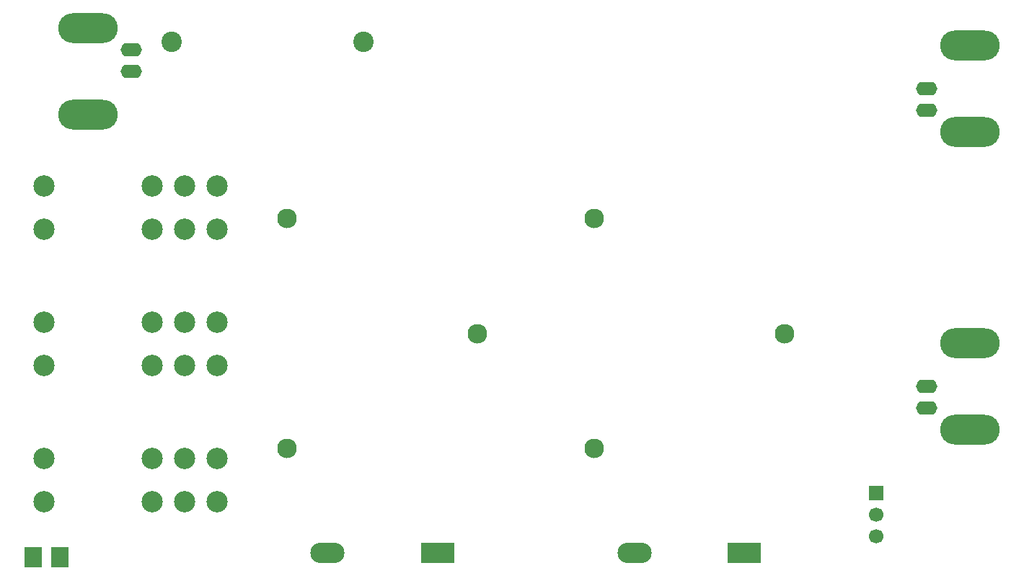
<source format=gbs>
%TF.GenerationSoftware,KiCad,Pcbnew,9.0.3*%
%TF.CreationDate,2025-08-29T14:27:29-04:00*%
%TF.ProjectId,Simple_LFLNA_RevA,53696d70-6c65-45f4-9c46-4c4e415f5265,rev?*%
%TF.SameCoordinates,Original*%
%TF.FileFunction,Soldermask,Bot*%
%TF.FilePolarity,Negative*%
%FSLAX46Y46*%
G04 Gerber Fmt 4.6, Leading zero omitted, Abs format (unit mm)*
G04 Created by KiCad (PCBNEW 9.0.3) date 2025-08-29 14:27:29*
%MOMM*%
%LPD*%
G01*
G04 APERTURE LIST*
%ADD10O,7.000000X3.500000*%
%ADD11O,2.500000X1.600000*%
%ADD12C,2.500000*%
%ADD13C,2.300000*%
%ADD14R,4.020000X2.410000*%
%ADD15O,4.020000X2.410000*%
%ADD16R,1.700000X1.700000*%
%ADD17C,1.700000*%
%ADD18R,2.010000X2.390000*%
%ADD19C,2.400000*%
G04 APERTURE END LIST*
D10*
%TO.C,J2*%
X39306206Y-93759869D03*
D11*
X44386206Y-86139869D03*
D10*
X39306206Y-83599869D03*
D11*
X44386206Y-88679869D03*
%TD*%
D12*
%TO.C,SW3*%
X46836206Y-123219869D03*
X50646206Y-123219869D03*
X54456206Y-123219869D03*
X46836206Y-118139869D03*
X50646206Y-118139869D03*
X54456206Y-118139869D03*
X34136206Y-123219869D03*
X34136206Y-118139869D03*
%TD*%
%TO.C,SW2*%
X46836206Y-139219869D03*
X50646206Y-139219869D03*
X54456206Y-139219869D03*
X46836206Y-134139869D03*
X50646206Y-134139869D03*
X54456206Y-134139869D03*
X34136206Y-139219869D03*
X34136206Y-134139869D03*
%TD*%
%TO.C,SW1*%
X46836206Y-107219869D03*
X50646206Y-107219869D03*
X54456206Y-107219869D03*
X46836206Y-102139869D03*
X50646206Y-102139869D03*
X54456206Y-102139869D03*
X34136206Y-107219869D03*
X34136206Y-102139869D03*
%TD*%
D11*
%TO.C,J5*%
X137756206Y-90679869D03*
D10*
X142836206Y-95759869D03*
D11*
X137756206Y-93219869D03*
D10*
X142836206Y-85599869D03*
%TD*%
D11*
%TO.C,J1*%
X137756206Y-125599869D03*
D10*
X142836206Y-130679869D03*
D11*
X137756206Y-128139869D03*
D10*
X142836206Y-120519869D03*
%TD*%
D13*
%TO.C,BT2*%
X98701206Y-132909869D03*
X121051206Y-119419869D03*
X98701206Y-105939869D03*
D14*
X116321206Y-145199869D03*
D15*
X103441206Y-145199869D03*
%TD*%
D13*
%TO.C,BT1*%
X62701206Y-132909869D03*
X85051206Y-119419869D03*
X62701206Y-105939869D03*
D14*
X80321206Y-145199869D03*
D15*
X67441206Y-145199869D03*
%TD*%
D16*
%TO.C,J4*%
X131836206Y-138139869D03*
D17*
X131836206Y-140679869D03*
X131836206Y-143219869D03*
%TD*%
D18*
%TO.C,D4*%
X36036206Y-145679869D03*
X32836206Y-145679869D03*
%TD*%
D19*
%TO.C,C13*%
X49136206Y-85179869D03*
X71636206Y-85179869D03*
%TD*%
M02*

</source>
